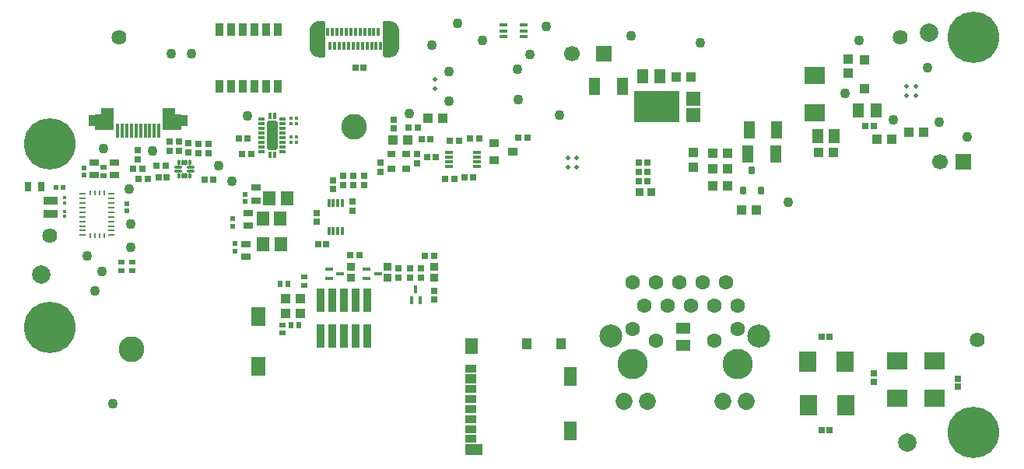
<source format=gbs>
G04*
G04 #@! TF.GenerationSoftware,Altium Limited,Altium Designer,20.0.13 (296)*
G04*
G04 Layer_Color=16711935*
%FSLAX44Y44*%
%MOMM*%
G71*
G01*
G75*
%ADD63R,0.7216X0.7216*%
%ADD64R,1.0016X1.1016*%
%ADD65R,0.7216X0.7216*%
%ADD66R,0.6516X0.7516*%
%ADD67R,0.6516X0.5516*%
%ADD68R,0.5516X0.6516*%
%ADD69R,0.8016X1.0016*%
%ADD70R,0.6216X0.6216*%
%ADD71R,1.0016X0.8016*%
%ADD72R,0.7516X0.6516*%
%ADD81R,1.4016X1.6016*%
%ADD84R,1.1016X1.0016*%
%ADD86R,0.4616X0.4216*%
%ADD87R,1.1516X1.5016*%
%ADD88R,1.8796X2.2606*%
%ADD91R,0.6216X0.6216*%
%ADD92R,0.9516X0.4516*%
%ADD98R,0.4000X0.9000*%
%ADD99R,0.9000X0.4000*%
%ADD100R,1.2516X1.5516*%
%ADD101C,2.0000*%
%ADD105R,2.2606X1.8796*%
%ADD109R,1.1016X1.1016*%
%ADD110C,1.7000*%
%ADD111R,1.7000X1.7000*%
%ADD112O,1.1016X0.8016*%
G04:AMPARAMS|DCode=113|XSize=1.7016mm|YSize=1.0016mm|CornerRadius=0mm|HoleSize=0mm|Usage=FLASHONLY|Rotation=135.000|XOffset=0mm|YOffset=0mm|HoleType=Round|Shape=Round|*
%AMOVALD113*
21,1,0.7000,1.0016,0.0000,0.0000,135.0*
1,1,1.0016,0.2475,-0.2475*
1,1,1.0016,-0.2475,0.2475*
%
%ADD113OVALD113*%

G04:AMPARAMS|DCode=114|XSize=1.7016mm|YSize=1.0016mm|CornerRadius=0mm|HoleSize=0mm|Usage=FLASHONLY|Rotation=225.000|XOffset=0mm|YOffset=0mm|HoleType=Round|Shape=Round|*
%AMOVALD114*
21,1,0.7000,1.0016,0.0000,0.0000,225.0*
1,1,1.0016,0.2475,0.2475*
1,1,1.0016,-0.2475,-0.2475*
%
%ADD114OVALD114*%

%ADD115C,3.3016*%
%ADD116C,2.5016*%
%ADD117C,1.8516*%
%ADD118C,1.6016*%
%ADD119C,1.6256*%
%ADD121C,5.6016*%
%ADD122C,0.5080*%
%ADD171R,0.6750X0.2500*%
%ADD172R,0.2500X0.5750*%
%ADD201R,0.4016X0.8516*%
%ADD202C,1.1016*%
%ADD203R,0.9516X0.7516*%
%ADD204R,1.0216X1.0816*%
%ADD205R,0.9016X0.9016*%
%ADD206R,0.9016X0.9016*%
%ADD207R,1.2516X1.9016*%
%ADD208R,1.0516X1.0016*%
%ADD209R,0.4216X0.4616*%
%ADD210R,1.5016X0.8516*%
%ADD211R,1.6016X2.1016*%
%ADD212R,0.8616X1.3516*%
%ADD213R,0.8616X2.5016*%
%ADD214R,1.5016X1.4916*%
%ADD215R,4.9616X3.4616*%
%ADD216R,1.5516X1.2516*%
%ADD217R,1.0016X0.9016*%
%ADD218R,0.8116X0.4016*%
%ADD219R,0.4016X0.8116*%
%ADD220R,0.4066X1.5066*%
%ADD221R,1.4516X1.6516*%
%ADD222R,1.9016X1.2716*%
%ADD223R,1.4516X2.0016*%
%ADD224R,1.1016X1.3016*%
%ADD225R,1.2016X0.9516*%
%ADD226R,1.2016X0.9766*%
%ADD227R,1.2016X0.8516*%
G04:AMPARAMS|DCode=228|XSize=0.6516mm|YSize=0.9016mm|CornerRadius=0.1003mm|HoleSize=0mm|Usage=FLASHONLY|Rotation=0.000|XOffset=0mm|YOffset=0mm|HoleType=Round|Shape=RoundedRectangle|*
%AMROUNDEDRECTD228*
21,1,0.6516,0.7010,0,0,0.0*
21,1,0.4510,0.9016,0,0,0.0*
1,1,0.2006,0.2255,-0.3505*
1,1,0.2006,-0.2255,-0.3505*
1,1,0.2006,-0.2255,0.3505*
1,1,0.2006,0.2255,0.3505*
%
%ADD228ROUNDEDRECTD228*%
G04:AMPARAMS|DCode=229|XSize=0.39mm|YSize=0.74mm|CornerRadius=0.095mm|HoleSize=0mm|Usage=FLASHONLY|Rotation=270.000|XOffset=0mm|YOffset=0mm|HoleType=Round|Shape=RoundedRectangle|*
%AMROUNDEDRECTD229*
21,1,0.3900,0.5500,0,0,270.0*
21,1,0.2000,0.7400,0,0,270.0*
1,1,0.1900,-0.2750,-0.1000*
1,1,0.1900,-0.2750,0.1000*
1,1,0.1900,0.2750,0.1000*
1,1,0.1900,0.2750,-0.1000*
%
%ADD229ROUNDEDRECTD229*%
G04:AMPARAMS|DCode=230|XSize=1.14mm|YSize=3.14mm|CornerRadius=0.12mm|HoleSize=0mm|Usage=FLASHONLY|Rotation=0.000|XOffset=0mm|YOffset=0mm|HoleType=Round|Shape=RoundedRectangle|*
%AMROUNDEDRECTD230*
21,1,1.1400,2.9000,0,0,0.0*
21,1,0.9000,3.1400,0,0,0.0*
1,1,0.2400,0.4500,-1.4500*
1,1,0.2400,-0.4500,-1.4500*
1,1,0.2400,-0.4500,1.4500*
1,1,0.2400,0.4500,1.4500*
%
%ADD230ROUNDEDRECTD230*%
G04:AMPARAMS|DCode=231|XSize=0.39mm|YSize=0.74mm|CornerRadius=0.095mm|HoleSize=0mm|Usage=FLASHONLY|Rotation=0.000|XOffset=0mm|YOffset=0mm|HoleType=Round|Shape=RoundedRectangle|*
%AMROUNDEDRECTD231*
21,1,0.3900,0.5500,0,0,0.0*
21,1,0.2000,0.7400,0,0,0.0*
1,1,0.1900,0.1000,-0.2750*
1,1,0.1900,-0.1000,-0.2750*
1,1,0.1900,-0.1000,0.2750*
1,1,0.1900,0.1000,0.2750*
%
%ADD231ROUNDEDRECTD231*%
G04:AMPARAMS|DCode=232|XSize=0.3mm|YSize=0.6mm|CornerRadius=0.1mm|HoleSize=0mm|Usage=FLASHONLY|Rotation=0.000|XOffset=0mm|YOffset=0mm|HoleType=Round|Shape=RoundedRectangle|*
%AMROUNDEDRECTD232*
21,1,0.3000,0.4000,0,0,0.0*
21,1,0.1000,0.6000,0,0,0.0*
1,1,0.2000,0.0500,-0.2000*
1,1,0.2000,-0.0500,-0.2000*
1,1,0.2000,-0.0500,0.2000*
1,1,0.2000,0.0500,0.2000*
%
%ADD232ROUNDEDRECTD232*%
G04:AMPARAMS|DCode=233|XSize=0.3mm|YSize=0.8mm|CornerRadius=0.1mm|HoleSize=0mm|Usage=FLASHONLY|Rotation=90.000|XOffset=0mm|YOffset=0mm|HoleType=Round|Shape=RoundedRectangle|*
%AMROUNDEDRECTD233*
21,1,0.3000,0.6000,0,0,90.0*
21,1,0.1000,0.8000,0,0,90.0*
1,1,0.2000,0.3000,0.0500*
1,1,0.2000,0.3000,-0.0500*
1,1,0.2000,-0.3000,-0.0500*
1,1,0.2000,-0.3000,0.0500*
%
%ADD233ROUNDEDRECTD233*%
%ADD234R,1.3516X2.4016*%
%ADD235R,2.7516X1.2016*%
%ADD236R,2.0516X1.7016*%
%ADD237C,2.8000*%
G36*
X409322Y483507D02*
X409897Y483462D01*
X410467Y483387D01*
X411034Y483282D01*
X411594Y483147D01*
X412146Y482984D01*
X412689Y482791D01*
X413221Y482571D01*
X413741Y482323D01*
X414247Y482048D01*
X414738Y481747D01*
X415212Y481421D01*
X415669Y481071D01*
X416107Y480697D01*
X416525Y480300D01*
X416921Y479882D01*
X417295Y479445D01*
X417646Y478988D01*
X417972Y478513D01*
X418273Y478022D01*
X418548Y477516D01*
X418796Y476996D01*
X419016Y476464D01*
X419208Y475921D01*
X419372Y475369D01*
X419506Y474809D01*
X419611Y474243D01*
X419686Y473672D01*
X419732Y473098D01*
X419747Y472522D01*
Y455022D01*
X419732Y454446D01*
X419686Y453872D01*
X419611Y453301D01*
X419506Y452735D01*
X419372Y452175D01*
X419208Y451623D01*
X419016Y451080D01*
X418796Y450548D01*
X418548Y450028D01*
X418273Y449522D01*
X417972Y449031D01*
X417646Y448556D01*
X417295Y448100D01*
X416921Y447662D01*
X416525Y447244D01*
X416107Y446847D01*
X415669Y446473D01*
X415212Y446123D01*
X414738Y445797D01*
X414247Y445496D01*
X413741Y445221D01*
X413221Y444973D01*
X412689Y444753D01*
X412146Y444560D01*
X411594Y444397D01*
X411034Y444262D01*
X410467Y444157D01*
X409897Y444082D01*
X409322Y444037D01*
X408747Y444022D01*
X404247D01*
X404142Y444025D01*
X404038Y444033D01*
X403934Y444047D01*
X403831Y444066D01*
X403729Y444090D01*
X403629Y444120D01*
X403530Y444155D01*
X403433Y444195D01*
X403339Y444240D01*
X403247Y444290D01*
X403157Y444345D01*
X403071Y444404D01*
X402988Y444468D01*
X402908Y444536D01*
X402832Y444608D01*
X402760Y444684D01*
X402692Y444763D01*
X402629Y444846D01*
X402569Y444933D01*
X402515Y445022D01*
X402465Y445114D01*
X402420Y445209D01*
X402379Y445305D01*
X402345Y445404D01*
X402315Y445504D01*
X402290Y445606D01*
X402271Y445709D01*
X402258Y445813D01*
X402249Y445917D01*
X402247Y446022D01*
Y481522D01*
X402249Y481627D01*
X402258Y481731D01*
X402271Y481835D01*
X402290Y481938D01*
X402315Y482040D01*
X402345Y482140D01*
X402379Y482239D01*
X402420Y482336D01*
X402465Y482430D01*
X402515Y482522D01*
X402569Y482611D01*
X402629Y482698D01*
X402692Y482781D01*
X402760Y482860D01*
X402832Y482936D01*
X402908Y483008D01*
X402988Y483076D01*
X403071Y483140D01*
X403157Y483199D01*
X403247Y483254D01*
X403339Y483304D01*
X403433Y483349D01*
X403530Y483389D01*
X403629Y483424D01*
X403729Y483454D01*
X403831Y483478D01*
X403934Y483497D01*
X404038Y483511D01*
X404142Y483519D01*
X404247Y483522D01*
X408747D01*
X409322Y483507D01*
D02*
G37*
G36*
X337851Y483519D02*
X337956Y483511D01*
X338060Y483497D01*
X338162Y483478D01*
X338264Y483454D01*
X338365Y483424D01*
X338463Y483389D01*
X338560Y483349D01*
X338655Y483304D01*
X338747Y483254D01*
X338836Y483199D01*
X338922Y483140D01*
X339005Y483076D01*
X339085Y483008D01*
X339161Y482936D01*
X339233Y482860D01*
X339301Y482781D01*
X339365Y482698D01*
X339424Y482611D01*
X339479Y482522D01*
X339529Y482430D01*
X339574Y482336D01*
X339614Y482239D01*
X339649Y482140D01*
X339678Y482040D01*
X339703Y481938D01*
X339722Y481835D01*
X339736Y481731D01*
X339744Y481627D01*
X339747Y481522D01*
Y446022D01*
X339744Y445917D01*
X339736Y445813D01*
X339722Y445709D01*
X339703Y445606D01*
X339678Y445504D01*
X339649Y445404D01*
X339614Y445305D01*
X339574Y445209D01*
X339529Y445114D01*
X339479Y445022D01*
X339424Y444933D01*
X339365Y444846D01*
X339301Y444763D01*
X339233Y444684D01*
X339161Y444608D01*
X339085Y444536D01*
X339005Y444468D01*
X338922Y444404D01*
X338836Y444345D01*
X338747Y444290D01*
X338655Y444240D01*
X338560Y444195D01*
X338463Y444155D01*
X338365Y444120D01*
X338264Y444090D01*
X338162Y444066D01*
X338060Y444047D01*
X337956Y444033D01*
X337851Y444025D01*
X337747Y444022D01*
X333247D01*
X332671Y444037D01*
X332097Y444082D01*
X331526Y444157D01*
X330960Y444262D01*
X330400Y444397D01*
X329847Y444560D01*
X329305Y444753D01*
X328773Y444973D01*
X328253Y445221D01*
X327747Y445496D01*
X327256Y445797D01*
X326781Y446123D01*
X326324Y446473D01*
X325886Y446847D01*
X325468Y447244D01*
X325072Y447662D01*
X324698Y448100D01*
X324347Y448556D01*
X324021Y449031D01*
X323720Y449522D01*
X323446Y450028D01*
X323198Y450548D01*
X322977Y451080D01*
X322785Y451623D01*
X322621Y452175D01*
X322487Y452735D01*
X322382Y453301D01*
X322307Y453872D01*
X322262Y454446D01*
X322247Y455022D01*
Y472522D01*
X322262Y473098D01*
X322307Y473672D01*
X322382Y474243D01*
X322487Y474809D01*
X322621Y475369D01*
X322785Y475921D01*
X322977Y476464D01*
X323198Y476996D01*
X323446Y477516D01*
X323720Y478022D01*
X324021Y478513D01*
X324347Y478988D01*
X324698Y479445D01*
X325072Y479882D01*
X325468Y480300D01*
X325886Y480697D01*
X326324Y481071D01*
X326781Y481421D01*
X327256Y481747D01*
X327747Y482048D01*
X328253Y482323D01*
X328773Y482571D01*
X329305Y482791D01*
X329847Y482984D01*
X330400Y483147D01*
X330960Y483282D01*
X331526Y483387D01*
X332097Y483462D01*
X332671Y483507D01*
X333247Y483522D01*
X337747D01*
X337851Y483519D01*
D02*
G37*
G36*
X188245Y371826D02*
X188340Y371797D01*
X188429Y371749D01*
X188506Y371686D01*
X188569Y371609D01*
X188617Y371520D01*
X188646Y371425D01*
X188655Y371325D01*
X188646Y371225D01*
X188617Y371130D01*
X188569Y371041D01*
X188506Y370964D01*
X188429Y370900D01*
X188340Y370853D01*
X188245Y370824D01*
X188145Y370815D01*
X188045Y370824D01*
X187950Y370853D01*
X187861Y370900D01*
X187784Y370964D01*
X187721Y371041D01*
X187673Y371130D01*
X187644Y371225D01*
X187635Y371325D01*
X187644Y371425D01*
X187673Y371520D01*
X187721Y371609D01*
X187784Y371686D01*
X187861Y371749D01*
X187950Y371797D01*
X188045Y371826D01*
X188145Y371835D01*
X188245Y371826D01*
D02*
G37*
D63*
X381250Y432750D02*
D03*
X372250D02*
D03*
X444750Y354750D02*
D03*
X453750D02*
D03*
X936000Y369250D02*
D03*
X927000D02*
D03*
X331500Y240500D02*
D03*
X340500D02*
D03*
X879250Y140000D02*
D03*
X888250D02*
D03*
X879250Y38250D02*
D03*
X888250D02*
D03*
X254542Y355572D02*
D03*
X245542D02*
D03*
X166904Y313286D02*
D03*
X157904D02*
D03*
X491000Y313000D02*
D03*
X500000D02*
D03*
X450500Y335750D02*
D03*
X459500D02*
D03*
D64*
X467500Y377339D02*
D03*
X451500D02*
D03*
X792000Y277500D02*
D03*
X808000D02*
D03*
X777250Y340000D02*
D03*
X761250D02*
D03*
X776750Y304000D02*
D03*
X760750D02*
D03*
X876432Y340823D02*
D03*
X892432D02*
D03*
X777000Y322500D02*
D03*
X761000D02*
D03*
X990500Y362500D02*
D03*
X974500D02*
D03*
X955750Y354750D02*
D03*
X939750D02*
D03*
X737181Y422259D02*
D03*
X721181D02*
D03*
D65*
X414285Y375898D02*
D03*
Y366898D02*
D03*
X347752Y309553D02*
D03*
Y300553D02*
D03*
X1027470Y94409D02*
D03*
Y85409D02*
D03*
X936290Y100000D02*
D03*
Y91000D02*
D03*
D66*
X429933Y367495D02*
D03*
X439933D02*
D03*
X680250Y319250D02*
D03*
X690250D02*
D03*
X680250Y329250D02*
D03*
X690250D02*
D03*
X680250Y309250D02*
D03*
X690250D02*
D03*
X376250Y228250D02*
D03*
X366250D02*
D03*
X447500Y227500D02*
D03*
X457500D02*
D03*
X136250Y311500D02*
D03*
X146250D02*
D03*
X155786Y325716D02*
D03*
X165786D02*
D03*
X258750Y339000D02*
D03*
X248750D02*
D03*
X207837Y311107D02*
D03*
X217837D02*
D03*
X140500Y322250D02*
D03*
X130500D02*
D03*
X559500Y356750D02*
D03*
X549500D02*
D03*
X497000Y355500D02*
D03*
X507000D02*
D03*
X485000Y352750D02*
D03*
X475000D02*
D03*
X469500Y311750D02*
D03*
X479500D02*
D03*
D67*
X292955Y143679D02*
D03*
Y152679D02*
D03*
X117750Y221000D02*
D03*
Y212000D02*
D03*
X129750Y221000D02*
D03*
Y212000D02*
D03*
X98250Y324000D02*
D03*
Y315000D02*
D03*
X316250Y205000D02*
D03*
Y196000D02*
D03*
D68*
X301811Y152179D02*
D03*
X310811D02*
D03*
X290000Y197250D02*
D03*
X299000D02*
D03*
D69*
X30059Y303023D02*
D03*
X16059D02*
D03*
D70*
X76528Y323500D02*
D03*
Y315500D02*
D03*
X123819Y284661D02*
D03*
Y276661D02*
D03*
X241000Y241286D02*
D03*
Y233286D02*
D03*
X238419Y268286D02*
D03*
Y260286D02*
D03*
X251750Y287062D02*
D03*
Y295062D02*
D03*
D71*
X87500Y315500D02*
D03*
Y329500D02*
D03*
X110000Y329500D02*
D03*
Y315500D02*
D03*
X263880Y288050D02*
D03*
Y302050D02*
D03*
X253000Y226786D02*
D03*
Y240786D02*
D03*
X255500Y260786D02*
D03*
Y274786D02*
D03*
D72*
X399274Y329174D02*
D03*
Y319174D02*
D03*
X431500Y214500D02*
D03*
Y204500D02*
D03*
X443500Y204500D02*
D03*
Y214500D02*
D03*
X201641Y339898D02*
D03*
Y349898D02*
D03*
X190577Y340516D02*
D03*
Y350516D02*
D03*
X370141Y314750D02*
D03*
Y304750D02*
D03*
X358750Y314750D02*
D03*
Y304750D02*
D03*
X369250Y277250D02*
D03*
Y287250D02*
D03*
X381750Y315250D02*
D03*
Y305250D02*
D03*
X330099Y264734D02*
D03*
Y274734D02*
D03*
X457500Y190000D02*
D03*
Y180000D02*
D03*
X419000Y214250D02*
D03*
Y204250D02*
D03*
X439250Y328500D02*
D03*
Y338500D02*
D03*
X180500Y352000D02*
D03*
Y342000D02*
D03*
X169750Y352250D02*
D03*
Y342250D02*
D03*
X135045Y332799D02*
D03*
Y342799D02*
D03*
X212641Y349898D02*
D03*
Y339898D02*
D03*
D81*
X297500Y290286D02*
D03*
X278500D02*
D03*
X291000Y240786D02*
D03*
X272000D02*
D03*
X290500Y268286D02*
D03*
X271500D02*
D03*
D84*
X312356Y165333D02*
D03*
Y181333D02*
D03*
X740250Y340250D02*
D03*
Y324250D02*
D03*
X908702Y426418D02*
D03*
Y442418D02*
D03*
X296108Y181417D02*
D03*
Y165417D02*
D03*
D86*
X307799Y357735D02*
D03*
X302199D02*
D03*
X307799Y351735D02*
D03*
X302199D02*
D03*
X307799Y377735D02*
D03*
X302199D02*
D03*
X307799Y371735D02*
D03*
X302199D02*
D03*
D87*
X938596Y386346D02*
D03*
X919596D02*
D03*
X703730Y423250D02*
D03*
X684730D02*
D03*
D88*
X864930Y65500D02*
D03*
X905570D02*
D03*
X863930Y112750D02*
D03*
X904570D02*
D03*
D91*
X46000Y302500D02*
D03*
X54000D02*
D03*
D92*
X555455Y479250D02*
D03*
Y472750D02*
D03*
Y466250D02*
D03*
X533455D02*
D03*
Y472750D02*
D03*
Y479250D02*
D03*
D98*
X343230Y285750D02*
D03*
X348230D02*
D03*
X353230D02*
D03*
X358230D02*
D03*
X343230Y254750D02*
D03*
X348230D02*
D03*
X353230D02*
D03*
X358230D02*
D03*
D99*
X473750Y325250D02*
D03*
Y330250D02*
D03*
Y335250D02*
D03*
Y340250D02*
D03*
X504750Y325250D02*
D03*
Y330250D02*
D03*
Y335250D02*
D03*
Y340250D02*
D03*
D100*
X893432Y358323D02*
D03*
X875432D02*
D03*
D101*
X30000Y207500D02*
D03*
X996195Y470714D02*
D03*
X972500Y25000D02*
D03*
D105*
X872230Y383930D02*
D03*
Y424570D02*
D03*
X962000Y72680D02*
D03*
Y113320D02*
D03*
X1002000D02*
D03*
Y72680D02*
D03*
D109*
X98925Y373865D02*
D03*
X173075Y373945D02*
D03*
D110*
X607500Y447750D02*
D03*
X1008500Y330000D02*
D03*
D111*
X642500Y447750D02*
D03*
X1033500Y330000D02*
D03*
D112*
X333247Y463772D02*
D03*
X408747D02*
D03*
D113*
X331047Y452772D02*
D03*
X410947Y474772D02*
D03*
D114*
Y452772D02*
D03*
X331047Y474772D02*
D03*
D115*
X673545Y109810D02*
D03*
X787845D02*
D03*
D116*
X650050Y140310D02*
D03*
X811340D02*
D03*
D117*
X664395Y69210D02*
D03*
X689795D02*
D03*
X771595D02*
D03*
X796995D02*
D03*
D118*
X673545Y148110D02*
D03*
X698945Y135410D02*
D03*
X762445D02*
D03*
X787845Y148110D02*
D03*
X673545Y198710D02*
D03*
X698945D02*
D03*
X724345D02*
D03*
X749745D02*
D03*
X775145D02*
D03*
X787845Y173310D02*
D03*
X762445D02*
D03*
X737045D02*
D03*
X711645D02*
D03*
X686245D02*
D03*
D119*
X115000Y466000D02*
D03*
X40000Y250000D02*
D03*
X965000Y466000D02*
D03*
X1048500Y136000D02*
D03*
D121*
X40000Y150000D02*
D03*
Y350000D02*
D03*
X1045000Y36000D02*
D03*
Y466000D02*
D03*
D122*
X972000Y412500D02*
D03*
X972000Y402500D02*
D03*
X982000Y402500D02*
D03*
X982000Y412500D02*
D03*
X459000Y420250D02*
D03*
Y410250D02*
D03*
X613230Y324250D02*
D03*
X603230D02*
D03*
X613230Y334250D02*
D03*
X603230D02*
D03*
D171*
X75625Y295375D02*
D03*
Y250375D02*
D03*
Y255375D02*
D03*
Y260375D02*
D03*
Y265375D02*
D03*
Y270375D02*
D03*
Y275375D02*
D03*
Y280375D02*
D03*
Y285375D02*
D03*
Y290375D02*
D03*
X106875Y295375D02*
D03*
Y290375D02*
D03*
Y285375D02*
D03*
Y280375D02*
D03*
Y275375D02*
D03*
Y270375D02*
D03*
Y265375D02*
D03*
Y260375D02*
D03*
Y255375D02*
D03*
Y250375D02*
D03*
D172*
X98750Y249750D02*
D03*
X93750D02*
D03*
X88750D02*
D03*
X83750D02*
D03*
Y296000D02*
D03*
X88750D02*
D03*
X93750D02*
D03*
X98750D02*
D03*
D201*
X399747Y456222D02*
D03*
X394747D02*
D03*
X389747D02*
D03*
X384747D02*
D03*
X379747D02*
D03*
X374747D02*
D03*
X369747D02*
D03*
X364747D02*
D03*
X359747D02*
D03*
X354747D02*
D03*
X349747D02*
D03*
X344747D02*
D03*
X342247Y471322D02*
D03*
X347247D02*
D03*
X352247D02*
D03*
X357247D02*
D03*
X362247D02*
D03*
X367247D02*
D03*
X372247D02*
D03*
X377247D02*
D03*
X382247D02*
D03*
X387247D02*
D03*
X392247D02*
D03*
X397247D02*
D03*
D202*
X843169Y286640D02*
D03*
X593875Y380875D02*
D03*
X549453Y398249D02*
D03*
X562344Y446701D02*
D03*
X510000Y462500D02*
D03*
X80500Y227750D02*
D03*
X89000Y190000D02*
D03*
X96750Y210750D02*
D03*
X905000Y405000D02*
D03*
X238000Y309500D02*
D03*
X151282Y341942D02*
D03*
X172000Y447750D02*
D03*
X193750Y448250D02*
D03*
X223500Y325750D02*
D03*
X125708Y300381D02*
D03*
X254750Y380000D02*
D03*
X108027Y66593D02*
D03*
X483395Y481343D02*
D03*
X474250Y396500D02*
D03*
X473887Y428236D02*
D03*
X579500Y477750D02*
D03*
X747500Y460000D02*
D03*
X672465Y467464D02*
D03*
X920000Y462500D02*
D03*
X957522Y376272D02*
D03*
X995000Y432500D02*
D03*
X1037500Y357500D02*
D03*
X127500Y237500D02*
D03*
Y262500D02*
D03*
X98250Y344250D02*
D03*
X430750Y383000D02*
D03*
X455586Y457549D02*
D03*
X548250Y431309D02*
D03*
X1007069Y373846D02*
D03*
D203*
X427250Y339000D02*
D03*
X411750Y322500D02*
D03*
Y339000D02*
D03*
X427250Y322500D02*
D03*
D204*
X413100Y354250D02*
D03*
X428900D02*
D03*
D205*
X681250Y297500D02*
D03*
X693750D02*
D03*
D206*
X407500Y203750D02*
D03*
Y216250D02*
D03*
X367500D02*
D03*
Y203750D02*
D03*
X457500Y216250D02*
D03*
Y203750D02*
D03*
D207*
X662500Y412500D02*
D03*
X632500D02*
D03*
X830500Y365250D02*
D03*
X800500D02*
D03*
X829250Y339000D02*
D03*
X799250D02*
D03*
D208*
X925802Y441016D02*
D03*
X925802Y409516D02*
D03*
D209*
X55431Y276287D02*
D03*
Y270687D02*
D03*
Y285687D02*
D03*
Y291287D02*
D03*
D210*
X40431Y288287D02*
D03*
Y273687D02*
D03*
D211*
X266723Y108000D02*
D03*
Y162000D02*
D03*
D212*
X224500Y474250D02*
D03*
X237200D02*
D03*
X249900D02*
D03*
X262600D02*
D03*
X275300D02*
D03*
X288000D02*
D03*
X224500Y412750D02*
D03*
X237200D02*
D03*
X249900D02*
D03*
X262600D02*
D03*
X275300D02*
D03*
X288000D02*
D03*
D213*
X384750Y140250D02*
D03*
X372050D02*
D03*
X359350D02*
D03*
X346650D02*
D03*
X333950D02*
D03*
X384750Y179250D02*
D03*
X372050D02*
D03*
X359350D02*
D03*
X346650D02*
D03*
X333950D02*
D03*
D214*
X739820Y399200D02*
D03*
Y380800D02*
D03*
D215*
X700000Y390000D02*
D03*
D216*
X729250Y148750D02*
D03*
Y130750D02*
D03*
D217*
X523250Y351000D02*
D03*
Y332000D02*
D03*
X543250Y341500D02*
D03*
D218*
X343300Y203250D02*
D03*
Y213250D02*
D03*
X355500Y208250D02*
D03*
X384350Y203409D02*
D03*
Y213409D02*
D03*
X396550Y208409D02*
D03*
D219*
X443000Y179150D02*
D03*
X433000D02*
D03*
X438000Y191350D02*
D03*
D220*
X113415Y364055D02*
D03*
D03*
X118415D02*
D03*
X123415D02*
D03*
X128415D02*
D03*
X133415D02*
D03*
X138415D02*
D03*
X143415D02*
D03*
X148415D02*
D03*
X153415D02*
D03*
X158415D02*
D03*
D221*
X498730Y130000D02*
D03*
D222*
X500980Y16800D02*
D03*
D223*
X605730Y96750D02*
D03*
Y37050D02*
D03*
D224*
X595980Y131750D02*
D03*
X558980D02*
D03*
D225*
X497480Y105400D02*
D03*
Y83400D02*
D03*
Y72400D02*
D03*
Y61400D02*
D03*
Y50400D02*
D03*
Y39400D02*
D03*
D226*
Y94400D02*
D03*
D227*
Y28900D02*
D03*
D228*
X813250Y299250D02*
D03*
X794250D02*
D03*
X803750Y321250D02*
D03*
D229*
X270000Y351484D02*
D03*
Y346484D02*
D03*
Y371484D02*
D03*
Y366484D02*
D03*
Y341484D02*
D03*
Y356484D02*
D03*
Y361484D02*
D03*
Y376484D02*
D03*
X293000Y371484D02*
D03*
Y376484D02*
D03*
Y351484D02*
D03*
Y356484D02*
D03*
Y361484D02*
D03*
Y366484D02*
D03*
Y341484D02*
D03*
Y346484D02*
D03*
D230*
X281500Y358984D02*
D03*
D231*
X279000Y380484D02*
D03*
X284000D02*
D03*
Y337484D02*
D03*
X279000D02*
D03*
D232*
X180147Y314646D02*
D03*
X184146D02*
D03*
X188146D02*
D03*
X192146D02*
D03*
Y329646D02*
D03*
X188146D02*
D03*
X184146D02*
D03*
X180147D02*
D03*
D233*
X192647Y320147D02*
D03*
Y324147D02*
D03*
X179646D02*
D03*
Y320147D02*
D03*
D234*
X102668Y376556D02*
D03*
X169166Y376558D02*
D03*
D235*
X95665Y375555D02*
D03*
X176165Y375555D02*
D03*
D236*
X99165Y373055D02*
D03*
X172665Y373055D02*
D03*
D237*
X370750Y368500D02*
D03*
X128750Y126500D02*
D03*
M02*

</source>
